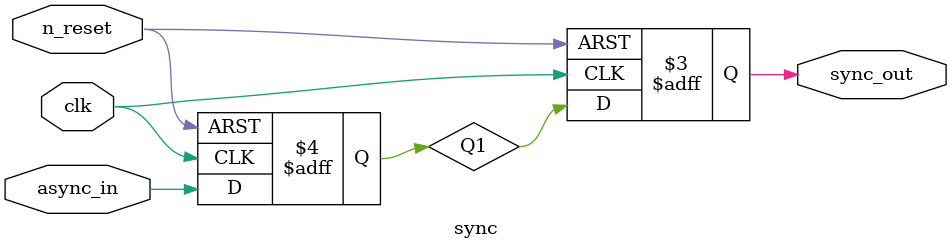
<source format=sv>
module sync
(
  input wire clk,
  input wire n_reset,
  input wire async_in,
  output reg sync_out
);

reg Q1;


always_ff @ (posedge clk, negedge n_reset) begin : Sync

  if(1'b0 == n_reset) begin
    Q1 <= 0; sync_out <= 0;

  end else begin
    Q1 <= async_in;
    sync_out <= Q1;
  end
  
end


endmodule

</source>
